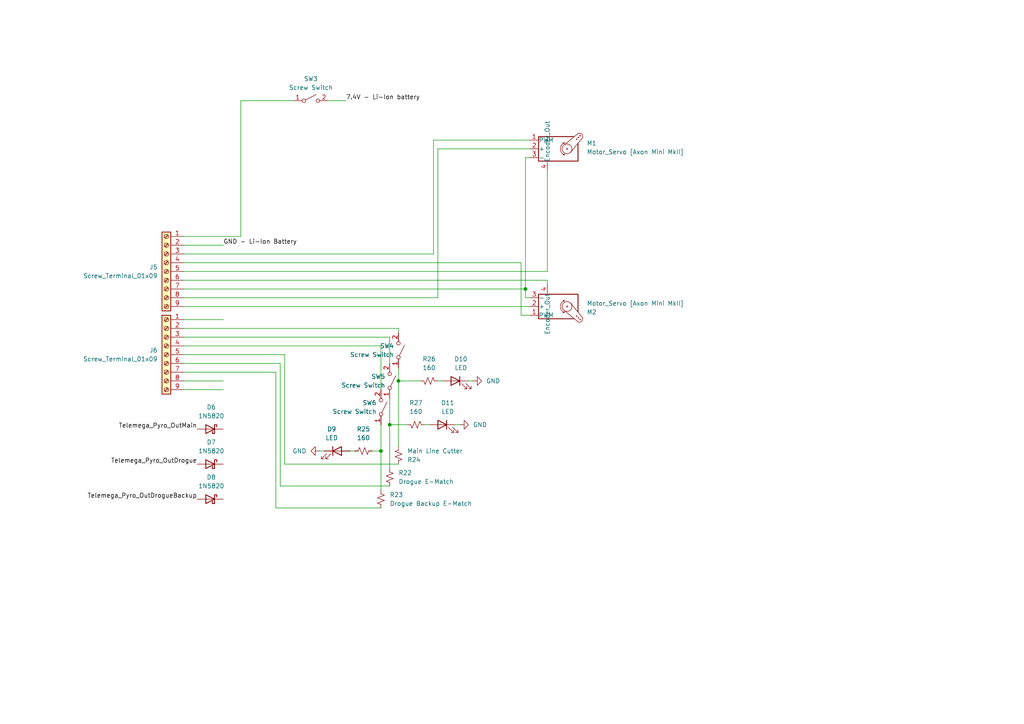
<source format=kicad_sch>
(kicad_sch (version 20250114) (generator "eeschema") (generator_version "9.0")
  (paper "A4")
  (lib_symbols
    (symbol "Connector:Screw_Terminal_01x09" (pin_names (offset 1.016) (hide yes))
      (property "Reference" "J3" (at 2.54 1.2701 0))
      (property "Value" "Screw_Terminal_01x09" (at 2.54 -1.2699 0))
      (symbol "Screw_Terminal_01x09_1_1"
        (rectangle (start -1.27 11.43) (end 1.27 -11.43) (stroke (width 0.254)) (fill (type background)))
        (polyline (pts (xy -0.5334 10.4902) (xy 0.3302 9.652)) (stroke (width 0.1524)))
        (polyline (pts (xy -0.5334 7.9502) (xy 0.3302 7.112)) (stroke (width 0.1524)))
        (polyline (pts (xy -0.5334 5.4102) (xy 0.3302 4.572)) (stroke (width 0.1524)))
        (polyline (pts (xy -0.5334 2.8702) (xy 0.3302 2.032)) (stroke (width 0.1524)))
        (polyline (pts (xy -0.5334 0.3302) (xy 0.3302 -0.508)) (stroke (width 0.1524)))
        (polyline (pts (xy -0.5334 -2.2098) (xy 0.3302 -3.048)) (stroke (width 0.1524)))
        (polyline (pts (xy -0.5334 -4.7498) (xy 0.3302 -5.588)) (stroke (width 0.1524)))
        (polyline (pts (xy -0.5334 -7.2898) (xy 0.3302 -8.128)) (stroke (width 0.1524)))
        (polyline (pts (xy -0.5334 -9.8298) (xy 0.3302 -10.668)) (stroke (width 0.1524)))
        (polyline (pts (xy -0.3556 10.668) (xy 0.508 9.8298)) (stroke (width 0.1524)))
        (polyline (pts (xy -0.3556 8.128) (xy 0.508 7.2898)) (stroke (width 0.1524)))
        (polyline (pts (xy -0.3556 5.588) (xy 0.508 4.7498)) (stroke (width 0.1524)))
        (polyline (pts (xy -0.3556 3.048) (xy 0.508 2.2098)) (stroke (width 0.1524)))
        (polyline (pts (xy -0.3556 0.508) (xy 0.508 -0.3302)) (stroke (width 0.1524)))
        (polyline (pts (xy -0.3556 -2.032) (xy 0.508 -2.8702)) (stroke (width 0.1524)))
        (polyline (pts (xy -0.3556 -4.572) (xy 0.508 -5.4102)) (stroke (width 0.1524)))
        (polyline (pts (xy -0.3556 -7.112) (xy 0.508 -7.9502)) (stroke (width 0.1524)))
        (polyline (pts (xy -0.3556 -9.652) (xy 0.508 -10.4902)) (stroke (width 0.1524)))
        (circle (center 0 10.16) (radius 0.635) (stroke (width 0.1524)))
        (circle (center 0 7.62) (radius 0.635) (stroke (width 0.1524)))
        (circle (center 0 5.08) (radius 0.635) (stroke (width 0.1524)))
        (circle (center 0 2.54) (radius 0.635) (stroke (width 0.1524)))
        (circle (center 0 0) (radius 0.635) (stroke (width 0.1524)))
        (circle (center 0 -2.54) (radius 0.635) (stroke (width 0.1524)))
        (circle (center 0 -5.08) (radius 0.635) (stroke (width 0.1524)))
        (circle (center 0 -7.62) (radius 0.635) (stroke (width 0.1524)))
        (circle (center 0 -10.16) (radius 0.635) (stroke (width 0.1524)))
        (pin power_out line (at -5.08 10.16 0) (length 3.81) (name "3V3_OUT") (number "1"))
        (pin power_out line (at -5.08 7.62 0) (length 3.81) (name "Pyro_OUT_1") (number "2"))
        (pin power_out line (at -5.08 5.08 0) (length 3.81) (name "Pyro_OUT_2") (number "3"))
        (pin power_out line (at -5.08 2.54 0) (length 3.81) (name "Pyro_OUT_3") (number "4"))
        (pin input line (at -5.08 0 0) (length 3.81) (name "Drogue_Main") (number "5"))
        (pin input line (at -5.08 -2.54 0) (length 3.81) (name "Drogue_Backup") (number "6"))
        (pin input line (at -5.08 -5.08 0) (length 3.81) (name "Main_Parachute") (number "7"))
        (pin passive line (at -5.08 -7.62 0) (length 3.81) (name "Pin_8") (number "8"))
        (pin passive line (at -5.08 -10.16 0) (length 3.81) (name "GND") (number "9"))
      )
    )
    (symbol "Device:LED" (pin_numbers (hide yes)) (pin_names (offset 1.016) (hide yes))
      (property "Reference" "D" (at 0 2.54 0))
      (property "Value" "LED" (at 0 -2.54 0))
      (symbol "LED_0_1"
        (polyline (pts (xy -3.048 -0.762) (xy -4.572 -2.286) (xy -3.81 -2.286) (xy -4.572 -2.286) (xy -4.572 -1.524)))
        (polyline (pts (xy -1.778 -0.762) (xy -3.302 -2.286) (xy -2.54 -2.286) (xy -3.302 -2.286) (xy -3.302 -1.524)))
        (polyline (pts (xy -1.27 0) (xy 1.27 0)))
        (polyline (pts (xy -1.27 -1.27) (xy -1.27 1.27)) (stroke (width 0.254)))
        (polyline (pts (xy 1.27 -1.27) (xy 1.27 1.27) (xy -1.27 0) (xy 1.27 -1.27)) (stroke (width 0.254)))
      )
      (symbol "LED_1_1"
        (pin passive line (at -3.81 0 0) (length 2.54) (name "K") (number "1"))
        (pin passive line (at 3.81 0 180) (length 2.54) (name "A") (number "2"))
      )
    )
    (symbol "Device:R_Small_US" (pin_numbers (hide yes)) (pin_names (offset 0.254) (hide yes))
      (property "Reference" "R" (at 0.762 0.508 0))
      (property "Value" "R_Small_US" (at 0.762 -1.016 0))
      (symbol "R_Small_US_1_1"
        (polyline (pts (xy 0 1.524) (xy 1.016 1.143) (xy 0 0.762) (xy -1.016 0.381) (xy 0 0)))
        (polyline (pts (xy 0 0) (xy 1.016 -0.381) (xy 0 -0.762) (xy -1.016 -1.143) (xy 0 -1.524)))
        (pin passive line (at 0 2.54 270) (length 1.016) (name "~") (number "1"))
        (pin passive line (at 0 -2.54 90) (length 1.016) (name "~") (number "2"))
      )
    )
    (symbol "Diode:1N5820" (pin_numbers (hide yes)) (pin_names (offset 1.016) (hide yes))
      (property "Reference" "D" (at 0 2.54 0))
      (property "Value" "1N5820" (at 0 -2.54 0))
      (symbol "1N5820_0_1"
        (polyline (pts (xy -1.905 0.635) (xy -1.905 1.27) (xy -1.27 1.27) (xy -1.27 -1.27) (xy -0.635 -1.27) (xy -0.635 -0.635)) (stroke (width 0.254)))
        (polyline (pts (xy 1.27 1.27) (xy 1.27 -1.27) (xy -1.27 0) (xy 1.27 1.27)) (stroke (width 0.254)))
        (polyline (pts (xy 1.27 0) (xy -1.27 0)))
      )
      (symbol "1N5820_1_1"
        (pin passive line (at -3.81 0 0) (length 2.54) (name "K") (number "1"))
        (pin passive line (at 3.81 0 180) (length 2.54) (name "A") (number "2"))
      )
    )
    (symbol "Motor:Motor_Servo" (pin_names (offset 0.0254))
      (property "Reference" "M1" (at 8.89 1.7031 0))
      (property "Value" "Motor_Servo [Axon Mini MkII]" (at 8.89 -0.8369 0))
      (symbol "Motor_Servo_0_1"
        (polyline (pts (xy 2.413 1.778) (xy 1.905 1.778)))
        (polyline (pts (xy 2.413 1.778) (xy 2.286 1.397)))
        (polyline (pts (xy 2.413 -1.778) (xy 2.032 -1.778)))
        (polyline (pts (xy 2.413 -1.778) (xy 2.286 -1.397)))
        (arc (start 2.413 -1.778) (mid 1.2406 0) (end 2.413 1.778))
        (circle (center 3.175 0) (radius 0.1778))
        (circle (center 3.175 0) (radius 1.4224))
        (polyline (pts (xy 5.08 3.556) (xy -5.08 3.556) (xy -5.08 -3.556) (xy 6.35 -3.556) (xy 6.35 1.524)) (stroke (width 0.254)))
        (circle (center 5.969 2.794) (radius 0.127))
        (polyline (pts (xy 6.35 4.445) (xy 2.54 1.27)))
        (circle (center 6.477 3.302) (radius 0.127))
        (arc (start 6.35 4.445) (mid 7.4487 4.2737) (end 7.62 3.175))
        (circle (center 6.985 3.81) (radius 0.127))
        (polyline (pts (xy 7.62 3.175) (xy 4.191 -1.016)))
      )
      (symbol "Motor_Servo_1_1"
        (pin passive line (at -7.62 2.54 0) (length 2.54) (name "PWM") (number "1"))
        (pin passive line (at -7.62 0 0) (length 2.54) (name "+") (number "2"))
        (pin passive line (at -7.62 -2.54 0) (length 2.54) (name "-") (number "3"))
        (pin output line (at -2.54 -6.35 90) (length 2.54) (name "Encoder_Out") (number "4"))
      )
    )
    (symbol "Screw_Terminal_01x09_1" (pin_names (offset 1.016) (hide yes))
      (property "Reference" "J2" (at 2.54 1.2701 0))
      (property "Value" "Screw_Terminal_01x09" (at 2.54 -1.2699 0))
      (symbol "Screw_Terminal_01x09_1_1_1"
        (rectangle (start -1.27 11.43) (end 1.27 -11.43) (stroke (width 0.254)) (fill (type background)))
        (polyline (pts (xy -0.5334 10.4902) (xy 0.3302 9.652)) (stroke (width 0.1524)))
        (polyline (pts (xy -0.5334 7.9502) (xy 0.3302 7.112)) (stroke (width 0.1524)))
        (polyline (pts (xy -0.5334 5.4102) (xy 0.3302 4.572)) (stroke (width 0.1524)))
        (polyline (pts (xy -0.5334 2.8702) (xy 0.3302 2.032)) (stroke (width 0.1524)))
        (polyline (pts (xy -0.5334 0.3302) (xy 0.3302 -0.508)) (stroke (width 0.1524)))
        (polyline (pts (xy -0.5334 -2.2098) (xy 0.3302 -3.048)) (stroke (width 0.1524)))
        (polyline (pts (xy -0.5334 -4.7498) (xy 0.3302 -5.588)) (stroke (width 0.1524)))
        (polyline (pts (xy -0.5334 -7.2898) (xy 0.3302 -8.128)) (stroke (width 0.1524)))
        (polyline (pts (xy -0.5334 -9.8298) (xy 0.3302 -10.668)) (stroke (width 0.1524)))
        (polyline (pts (xy -0.3556 10.668) (xy 0.508 9.8298)) (stroke (width 0.1524)))
        (polyline (pts (xy -0.3556 8.128) (xy 0.508 7.2898)) (stroke (width 0.1524)))
        (polyline (pts (xy -0.3556 5.588) (xy 0.508 4.7498)) (stroke (width 0.1524)))
        (polyline (pts (xy -0.3556 3.048) (xy 0.508 2.2098)) (stroke (width 0.1524)))
        (polyline (pts (xy -0.3556 0.508) (xy 0.508 -0.3302)) (stroke (width 0.1524)))
        (polyline (pts (xy -0.3556 -2.032) (xy 0.508 -2.8702)) (stroke (width 0.1524)))
        (polyline (pts (xy -0.3556 -4.572) (xy 0.508 -5.4102)) (stroke (width 0.1524)))
        (polyline (pts (xy -0.3556 -7.112) (xy 0.508 -7.9502)) (stroke (width 0.1524)))
        (polyline (pts (xy -0.3556 -9.652) (xy 0.508 -10.4902)) (stroke (width 0.1524)))
        (circle (center 0 10.16) (radius 0.635) (stroke (width 0.1524)))
        (circle (center 0 7.62) (radius 0.635) (stroke (width 0.1524)))
        (circle (center 0 5.08) (radius 0.635) (stroke (width 0.1524)))
        (circle (center 0 2.54) (radius 0.635) (stroke (width 0.1524)))
        (circle (center 0 0) (radius 0.635) (stroke (width 0.1524)))
        (circle (center 0 -2.54) (radius 0.635) (stroke (width 0.1524)))
        (circle (center 0 -5.08) (radius 0.635) (stroke (width 0.1524)))
        (circle (center 0 -7.62) (radius 0.635) (stroke (width 0.1524)))
        (circle (center 0 -10.16) (radius 0.635) (stroke (width 0.1524)))
        (pin power_in line (at -5.08 10.16 0) (length 3.81) (name "7.4V_IN") (number "1"))
        (pin passive line (at -5.08 7.62 0) (length 3.81) (name "GND") (number "2"))
        (pin output line (at -5.08 5.08 0) (length 3.81) (name "Servo1") (number "3"))
        (pin output line (at -5.08 2.54 0) (length 3.81) (name "Servo2") (number "4"))
        (pin output line (at -5.08 0 0) (length 3.81) (name "Servo1_Encoder") (number "5"))
        (pin output line (at -5.08 -2.54 0) (length 3.81) (name "Servo2_Encoder") (number "6"))
        (pin passive line (at -5.08 -5.08 0) (length 3.81) (name "MotorGND") (number "7"))
        (pin power_out line (at -5.08 -7.62 0) (length 3.81) (name "MotorPwr1") (number "8"))
        (pin passive line (at -5.08 -10.16 0) (length 3.81) (name "MotorPwr2") (number "9"))
      )
    )
    (symbol "Switch:SW_SPST" (pin_names (offset 0) (hide yes))
      (property "Reference" "SW" (at 0 3.175 0))
      (property "Value" "SW_SPST" (at 0 -2.54 0))
      (symbol "SW_SPST_0_0"
        (circle (center -2.032 0) (radius 0.508))
        (polyline (pts (xy -1.524 0.254) (xy 1.524 1.778)))
        (circle (center 2.032 0) (radius 0.508))
      )
      (symbol "SW_SPST_1_1"
        (pin passive line (at -5.08 0 0) (length 2.54) (name "A") (number "1"))
        (pin passive line (at 5.08 0 180) (length 2.54) (name "B") (number "2"))
      )
    )
    (symbol "power:GND" (power) (pin_numbers (hide yes)) (pin_names (offset 0) (hide yes))
      (property "Value" "GND" (at 0 -3.81 0))
      (symbol "GND_0_1"
        (polyline (pts (xy 0 0) (xy 0 -1.27) (xy 1.27 -1.27) (xy 0 -2.54) (xy -1.27 -1.27) (xy 0 -1.27)))
      )
      (symbol "GND_1_1"
        (pin power_in line (at 0 0 270) (length 0) (name "~") (number "1"))
      )
    )
  )
  (junction (at 115.57 110.49))
  (junction (at 113.03 123.19))
  (junction (at 110.49 130.81))
  (junction (at 152.4 83.82))
  (wire (pts (xy 110.49 142.24) (xy 110.49 130.81)))
  (wire (pts (xy 113.03 97.79) (xy 113.03 105.41)))
  (wire (pts (xy 53.34 81.28) (xy 158.75 81.28)))
  (wire (pts (xy 69.85 29.21) (xy 69.85 68.58)))
  (wire (pts (xy 53.34 110.49) (xy 64.77 110.49)))
  (wire (pts (xy 82.55 102.87) (xy 82.55 134.62)))
  (wire (pts (xy 151.13 91.44) (xy 153.67 91.44)))
  (wire (pts (xy 113.03 123.19) (xy 113.03 135.89)))
  (wire (pts (xy 81.28 140.97) (xy 113.03 140.97)))
  (wire (pts (xy 125.73 73.66) (xy 125.73 40.64)))
  (wire (pts (xy 107.95 130.81) (xy 110.49 130.81)))
  (wire (pts (xy 151.13 76.2) (xy 151.13 91.44)))
  (wire (pts (xy 80.01 107.95) (xy 80.01 147.32)))
  (wire (pts (xy 53.34 71.12) (xy 64.77 71.12)))
  (wire (pts (xy 152.4 45.72) (xy 153.67 45.72)))
  (wire (pts (xy 152.4 83.82) (xy 152.4 86.36)))
  (wire (pts (xy 152.4 86.36) (xy 153.67 86.36)))
  (wire (pts (xy 53.34 88.9) (xy 153.67 88.9)))
  (wire (pts (xy 110.49 113.03) (xy 110.49 100.33)))
  (wire (pts (xy 118.11 123.19) (xy 113.03 123.19)))
  (wire (pts (xy 53.34 78.74) (xy 158.75 78.74)))
  (wire (pts (xy 53.34 105.41) (xy 81.28 105.41)))
  (wire (pts (xy 152.4 45.72) (xy 152.4 83.82)))
  (wire (pts (xy 121.92 110.49) (xy 115.57 110.49)))
  (wire (pts (xy 110.49 130.81) (xy 110.49 123.19)))
  (wire (pts (xy 80.01 147.32) (xy 110.49 147.32)))
  (wire (pts (xy 115.57 95.25) (xy 115.57 96.52)))
  (wire (pts (xy 81.28 105.41) (xy 81.28 140.97)))
  (wire (pts (xy 82.55 134.62) (xy 115.57 134.62)))
  (wire (pts (xy 53.34 73.66) (xy 125.73 73.66)))
  (wire (pts (xy 92.71 130.81) (xy 93.98 130.81)))
  (wire (pts (xy 53.34 76.2) (xy 151.13 76.2)))
  (wire (pts (xy 53.34 83.82) (xy 152.4 83.82)))
  (wire (pts (xy 53.34 107.95) (xy 80.01 107.95)))
  (wire (pts (xy 115.57 110.49) (xy 115.57 129.54)))
  (wire (pts (xy 101.6 130.81) (xy 102.87 130.81)))
  (wire (pts (xy 53.34 86.36) (xy 127 86.36)))
  (wire (pts (xy 115.57 106.68) (xy 115.57 110.49)))
  (wire (pts (xy 53.34 113.03) (xy 64.77 113.03)))
  (wire (pts (xy 128.27 110.49) (xy 127 110.49)))
  (wire (pts (xy 53.34 92.71) (xy 64.77 92.71)))
  (wire (pts (xy 113.03 115.57) (xy 113.03 123.19)))
  (wire (pts (xy 125.73 40.64) (xy 153.67 40.64)))
  (wire (pts (xy 158.75 82.55) (xy 158.75 81.28)))
  (wire (pts (xy 53.34 100.33) (xy 110.49 100.33)))
  (wire (pts (xy 158.75 78.74) (xy 158.75 49.53)))
  (wire (pts (xy 95.25 29.21) (xy 100.33 29.21)))
  (wire (pts (xy 53.34 97.79) (xy 113.03 97.79)))
  (wire (pts (xy 53.34 95.25) (xy 115.57 95.25)))
  (wire (pts (xy 127 43.18) (xy 127 86.36)))
  (wire (pts (xy 53.34 102.87) (xy 82.55 102.87)))
  (wire (pts (xy 69.85 29.21) (xy 85.09 29.21)))
  (wire (pts (xy 124.46 123.19) (xy 123.19 123.19)))
  (wire (pts (xy 133.35 123.19) (xy 132.08 123.19)))
  (wire (pts (xy 153.67 43.18) (xy 127 43.18)))
  (wire (pts (xy 69.85 68.58) (xy 53.34 68.58)))
  (wire (pts (xy 137.16 110.49) (xy 135.89 110.49)))
  (label "Telemega_Pyro_OutDrogue" (at 57.15 134.62 180))
  (label "Telemega_Pyro_OutMain" (at 57.15 124.46 180))
  (label "7.4V - Li-Ion battery" (at 100.33 29.21 0))
  (label "GND - Li-Ion Battery" (at 64.77 71.12 0))
  (label "Telemega_Pyro_OutDrogueBackup" (at 57.15 144.78 180))
  (symbol (lib_id "Diode:1N5820") (at 60.96 134.62 0) (mirror y) (unit 1)
    (property "Reference" "D7" (at 61.2775 128.27 0))
    (property "Value" "1N5820" (at 61.2775 130.81 0))
    (property "Footprint" "Diode_THT:D_DO-201AD_P15.24mm_Horizontal" (effects (hide yes)))
    (property "Datasheet" "http://www.vishay.com/docs/88526/1n5820.pdf" (effects (hide yes)))
    (property "Description" "20V 3A Schottky Barrier Rectifier Diode, DO-201AD" (effects (hide yes)))
  )
  (symbol (lib_id "Device:LED") (at 128.27 123.19 0) (mirror y) (unit 1)
    (property "Reference" "D11" (at 129.8575 116.84 0))
    (property "Value" "LED" (at 129.8575 119.38 0))
    (property "Description" "Light emitting diode" (effects (hide yes)))
    (property "Sim.Pins" "1=K 2=A" (effects (hide yes)))
  )
  (symbol (lib_id "Motor:Motor_Servo") (at 161.29 43.18 0) (unit 1)
    (property "Reference" "M1" (at 170.18 41.5404 0) (effects (justify left)))
    (property "Value" "Motor_Servo [Axon Mini MkII]" (at 170.18 44.0804 0) (effects (justify left)))
    (property "Datasheet" "http://forums.parallax.com/uploads/attachments/46831/74481.png" (effects (hide yes)))
    (property "Description" "Servo Motor (Futaba, HiTec, JR connector)" (effects (hide yes)))
  )
  (symbol (lib_id "power:GND") (at 92.71 130.81 270) (unit 1)
    (property "Reference" "#PWR063" (effects (hide yes)))
    (property "Value" "GND" (at 88.9 130.81 90) (effects (justify right)))
    (property "Description" "Power symbol creates a global label with name \"GND\" , ground" (effects (hide yes)))
  )
  (symbol (lib_id "Device:LED") (at 97.79 130.81 0) (unit 1)
    (property "Reference" "D9" (at 96.2025 124.46 0))
    (property "Value" "LED" (at 96.2025 127 0))
    (property "Description" "Light emitting diode" (effects (hide yes)))
    (property "Sim.Pins" "1=K 2=A" (effects (hide yes)))
  )
  (symbol (lib_id "Diode:1N5820") (at 60.96 144.78 0) (mirror y) (unit 1)
    (property "Reference" "D8" (at 61.2775 138.43 0))
    (property "Value" "1N5820" (at 61.2775 140.97 0))
    (property "Footprint" "Diode_THT:D_DO-201AD_P15.24mm_Horizontal" (effects (hide yes)))
    (property "Datasheet" "http://www.vishay.com/docs/88526/1n5820.pdf" (effects (hide yes)))
    (property "Description" "20V 3A Schottky Barrier Rectifier Diode, DO-201AD" (effects (hide yes)))
  )
  (symbol (lib_id "Device:R_Small_US") (at 113.03 138.43 0) (unit 1)
    (property "Reference" "R22" (at 115.57 137.16 0) (effects (justify left)))
    (property "Value" "Drogue E-Match" (at 115.57 139.7 0) (effects (justify left)))
    (property "Description" "Resistor, small US symbol" (effects (hide yes)))
  )
  (symbol (lib_id "Switch:SW_SPST") (at 113.03 110.49 270) (mirror x) (unit 1)
    (property "Reference" "SW5" (at 111.76 109.22 90) (effects (justify right)))
    (property "Value" "Screw Switch" (at 111.76 111.76 90) (effects (justify right)))
    (property "Description" "Single Pole Single Throw (SPST) switch" (effects (hide yes)))
  )
  (symbol (lib_id "power:GND") (at 137.16 110.49 90) (mirror x) (unit 1)
    (property "Reference" "#PWR064" (effects (hide yes)))
    (property "Value" "GND" (at 140.97 110.49 90) (effects (justify right)))
    (property "Description" "Power symbol creates a global label with name \"GND\" , ground" (effects (hide yes)))
  )
  (symbol (lib_id "Switch:SW_SPST") (at 90.17 29.21 0) (unit 1)
    (property "Reference" "SW3" (at 90.17 22.86 0))
    (property "Value" "Screw Switch" (at 90.17 25.4 0))
    (property "Description" "Single Pole Single Throw (SPST) switch" (effects (hide yes)))
  )
  (symbol (lib_id "Device:R_Small_US") (at 124.46 110.49 90) (mirror x) (unit 1)
    (property "Reference" "R26" (at 124.46 104.14 90))
    (property "Value" "160" (at 124.46 106.68 90))
    (property "Description" "Resistor, small US symbol" (effects (hide yes)))
  )
  (symbol (lib_name "Screw_Terminal_01x09_1") (lib_id "Connector:Screw_Terminal_01x09") (at 48.26 78.74 0) (mirror y) (unit 1)
    (property "Reference" "J5" (at 45.72 77.4699 0) (effects (justify left)))
    (property "Value" "Screw_Terminal_01x09" (at 45.72 80.0099 0) (effects (justify left)))
    (property "Description" "Generic screw terminal, single row, 01x09, script generated (kicad-library-utils/schlib/autogen/connector/)" (effects (hide yes)))
  )
  (symbol (lib_id "Device:R_Small_US") (at 105.41 130.81 270) (unit 1)
    (property "Reference" "R25" (at 105.41 124.46 90))
    (property "Value" "160" (at 105.41 127 90))
    (property "Description" "Resistor, small US symbol" (effects (hide yes)))
  )
  (symbol (lib_id "Device:R_Small_US") (at 115.57 132.08 0) (mirror x) (unit 1)
    (property "Reference" "R24" (at 118.11 133.35 0) (effects (justify left)))
    (property "Value" "Main Line Cutter" (at 118.11 130.81 0) (effects (justify left)))
    (property "Description" "Resistor, small US symbol" (effects (hide yes)))
  )
  (symbol (lib_id "Switch:SW_SPST") (at 115.57 101.6 270) (mirror x) (unit 1)
    (property "Reference" "SW4" (at 114.3 100.33 90) (effects (justify right)))
    (property "Value" "Screw Switch" (at 114.3 102.87 90) (effects (justify right)))
    (property "Description" "Single Pole Single Throw (SPST) switch" (effects (hide yes)))
  )
  (symbol (lib_id "Connector:Screw_Terminal_01x09") (at 48.26 102.87 0) (mirror y) (unit 1)
    (property "Reference" "J6" (at 45.72 101.5999 0) (effects (justify left)))
    (property "Value" "Screw_Terminal_01x09" (at 45.72 104.1399 0) (effects (justify left)))
    (property "Description" "Generic screw terminal, single row, 01x09, script generated (kicad-library-utils/schlib/autogen/connector/)" (effects (hide yes)))
  )
  (symbol (lib_id "Device:LED") (at 132.08 110.49 0) (mirror y) (unit 1)
    (property "Reference" "D10" (at 133.6675 104.14 0))
    (property "Value" "LED" (at 133.6675 106.68 0))
    (property "Description" "Light emitting diode" (effects (hide yes)))
    (property "Sim.Pins" "1=K 2=A" (effects (hide yes)))
  )
  (symbol (lib_id "Switch:SW_SPST") (at 110.49 118.11 270) (mirror x) (unit 1)
    (property "Reference" "SW6" (at 109.22 116.84 90) (effects (justify right)))
    (property "Value" "Screw Switch" (at 109.22 119.38 90) (effects (justify right)))
    (property "Description" "Single Pole Single Throw (SPST) switch" (effects (hide yes)))
  )
  (symbol (lib_id "Device:R_Small_US") (at 110.49 144.78 0) (unit 1)
    (property "Reference" "R23" (at 113.03 143.51 0) (effects (justify left)))
    (property "Value" "Drogue Backup E-Match" (at 113.03 146.05 0) (effects (justify left)))
    (property "Description" "Resistor, small US symbol" (effects (hide yes)))
  )
  (symbol (lib_id "Device:R_Small_US") (at 120.65 123.19 90) (mirror x) (unit 1)
    (property "Reference" "R27" (at 120.65 116.84 90))
    (property "Value" "160" (at 120.65 119.38 90))
    (property "Description" "Resistor, small US symbol" (effects (hide yes)))
  )
  (symbol (lib_id "power:GND") (at 133.35 123.19 90) (mirror x) (unit 1)
    (property "Reference" "#PWR065" (effects (hide yes)))
    (property "Value" "GND" (at 137.16 123.19 90) (effects (justify right)))
    (property "Description" "Power symbol creates a global label with name \"GND\" , ground" (effects (hide yes)))
  )
  (symbol (lib_id "Motor:Motor_Servo") (at 161.29 88.9 0) (mirror x) (unit 1)
    (property "Reference" "M2" (at 170.18 90.5396 0) (effects (justify left)))
    (property "Value" "Motor_Servo [Axon Mini MkII]" (at 170.18 87.9996 0) (effects (justify left)))
    (property "Datasheet" "http://forums.parallax.com/uploads/attachments/46831/74481.png" (effects (hide yes)))
    (property "Description" "Servo Motor (Futaba, HiTec, JR connector)" (effects (hide yes)))
  )
  (symbol (lib_id "Diode:1N5820") (at 60.96 124.46 0) (mirror y) (unit 1)
    (property "Reference" "D6" (at 61.2775 118.11 0))
    (property "Value" "1N5820" (at 61.2775 120.65 0))
    (property "Footprint" "Diode_THT:D_DO-201AD_P15.24mm_Horizontal" (effects (hide yes)))
    (property "Datasheet" "http://www.vishay.com/docs/88526/1n5820.pdf" (effects (hide yes)))
    (property "Description" "20V 3A Schottky Barrier Rectifier Diode, DO-201AD" (effects (hide yes)))
  )
)
</source>
